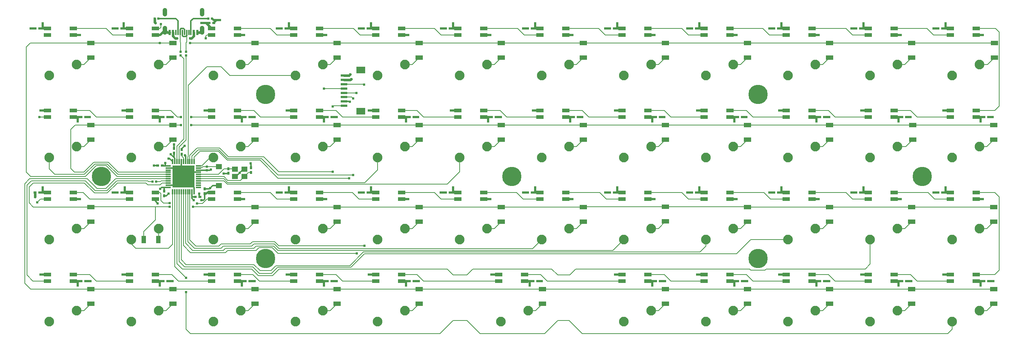
<source format=gbr>
G04 EAGLE Gerber RS-274X export*
G75*
%MOMM*%
%FSLAX34Y34*%
%LPD*%
%INBottom Copper*%
%IPPOS*%
%AMOC8*
5,1,8,0,0,1.08239X$1,22.5*%
G01*
%ADD10C,2.247900*%
%ADD11R,1.700000X1.100000*%
%ADD12R,1.800000X0.820000*%
%ADD13R,0.800000X0.550000*%
%ADD14R,1.100000X1.700000*%
%ADD15R,0.550000X0.800000*%
%ADD16R,0.300000X1.150000*%
%ADD17R,0.600000X1.150000*%
%ADD18C,1.000000*%
%ADD19C,4.500000*%
%ADD20R,0.550000X0.550000*%
%ADD21R,0.300000X1.300000*%
%ADD22R,1.300000X0.300000*%
%ADD23R,5.200000X5.200000*%
%ADD24R,1.400000X1.200000*%
%ADD25R,1.550000X0.600000*%
%ADD26R,2.000000X1.500000*%
%ADD27R,1.360000X1.230000*%
%ADD28C,0.152400*%
%ADD29C,0.550000*%
%ADD30C,0.610000*%
%ADD31C,0.600000*%
%ADD32C,0.300000*%


D10*
X228600Y736600D03*
X165100Y711200D03*
D11*
X261620Y786620D03*
X261620Y752620D03*
D12*
X160500Y820300D03*
X160500Y805300D03*
X220500Y820300D03*
X220500Y805300D03*
D13*
X131710Y820420D03*
X142610Y820420D03*
D10*
X419100Y736600D03*
X355600Y711200D03*
D11*
X452120Y786620D03*
X452120Y752620D03*
D12*
X351000Y820300D03*
X351000Y805300D03*
X411000Y820300D03*
X411000Y805300D03*
D13*
X322210Y820420D03*
X333110Y820420D03*
D10*
X609600Y736600D03*
X546100Y711200D03*
D11*
X642620Y786620D03*
X642620Y752620D03*
D12*
X541500Y820300D03*
X541500Y805300D03*
X601500Y820300D03*
X601500Y805300D03*
D13*
X546470Y833120D03*
X535570Y833120D03*
D10*
X800100Y736600D03*
X736600Y711200D03*
D11*
X833120Y786620D03*
X833120Y752620D03*
D12*
X732000Y820300D03*
X732000Y805300D03*
X792000Y820300D03*
X792000Y805300D03*
D13*
X703210Y820420D03*
X714110Y820420D03*
D10*
X990600Y736600D03*
X927100Y711200D03*
D11*
X1023620Y786620D03*
X1023620Y752620D03*
D12*
X922500Y820300D03*
X922500Y805300D03*
X982500Y820300D03*
X982500Y805300D03*
D13*
X893710Y820420D03*
X904610Y820420D03*
D10*
X1181100Y736600D03*
X1117600Y711200D03*
D11*
X1214120Y786620D03*
X1214120Y752620D03*
D12*
X1113000Y820300D03*
X1113000Y805300D03*
X1173000Y820300D03*
X1173000Y805300D03*
D13*
X1084210Y820420D03*
X1095110Y820420D03*
D10*
X1371600Y736600D03*
X1308100Y711200D03*
D11*
X1404620Y786620D03*
X1404620Y752620D03*
D12*
X1303500Y820300D03*
X1303500Y805300D03*
X1363500Y820300D03*
X1363500Y805300D03*
D13*
X1274710Y820420D03*
X1285610Y820420D03*
D10*
X1562100Y736600D03*
X1498600Y711200D03*
D11*
X1595120Y786620D03*
X1595120Y752620D03*
D12*
X1494000Y820300D03*
X1494000Y805300D03*
X1554000Y820300D03*
X1554000Y805300D03*
D13*
X1465210Y820420D03*
X1476110Y820420D03*
D10*
X1752600Y736600D03*
X1689100Y711200D03*
D11*
X1785620Y786620D03*
X1785620Y752620D03*
D12*
X1684500Y820300D03*
X1684500Y805300D03*
X1744500Y820300D03*
X1744500Y805300D03*
D13*
X1655710Y820420D03*
X1666610Y820420D03*
D10*
X1943100Y736600D03*
X1879600Y711200D03*
D11*
X1976120Y786620D03*
X1976120Y752620D03*
D12*
X1875000Y820300D03*
X1875000Y805300D03*
X1935000Y820300D03*
X1935000Y805300D03*
D13*
X1846210Y820420D03*
X1857110Y820420D03*
D10*
X2133600Y736600D03*
X2070100Y711200D03*
D11*
X2166620Y786620D03*
X2166620Y752620D03*
D12*
X2065500Y820300D03*
X2065500Y805300D03*
X2125500Y820300D03*
X2125500Y805300D03*
D13*
X2036710Y820420D03*
X2047610Y820420D03*
D10*
X2324100Y736600D03*
X2260600Y711200D03*
D11*
X2358390Y786620D03*
X2358390Y752620D03*
D12*
X2256000Y820300D03*
X2256000Y805300D03*
X2316000Y820300D03*
X2316000Y805300D03*
D13*
X2227210Y820420D03*
X2238110Y820420D03*
D10*
X228600Y546100D03*
X165100Y520700D03*
D11*
X261620Y596120D03*
X261620Y562120D03*
D12*
X220500Y614800D03*
X220500Y629800D03*
X160500Y614800D03*
X160500Y629800D03*
D13*
X238390Y614680D03*
X249290Y614680D03*
D10*
X419100Y546100D03*
X355600Y520700D03*
D11*
X452120Y596120D03*
X452120Y562120D03*
D12*
X411000Y614800D03*
X411000Y629800D03*
X351000Y614800D03*
X351000Y629800D03*
D13*
X428890Y614680D03*
X439790Y614680D03*
D10*
X609600Y546100D03*
X546100Y520700D03*
D11*
X642620Y596120D03*
X642620Y562120D03*
D12*
X601500Y614800D03*
X601500Y629800D03*
X541500Y614800D03*
X541500Y629800D03*
D13*
X619390Y614680D03*
X630290Y614680D03*
D10*
X800100Y546100D03*
X736600Y520700D03*
D11*
X833120Y596120D03*
X833120Y562120D03*
D12*
X792000Y614800D03*
X792000Y629800D03*
X732000Y614800D03*
X732000Y629800D03*
D13*
X809890Y614680D03*
X820790Y614680D03*
D10*
X990600Y546100D03*
X927100Y520700D03*
D11*
X1023620Y596120D03*
X1023620Y562120D03*
D12*
X982500Y614800D03*
X982500Y629800D03*
X922500Y614800D03*
X922500Y629800D03*
D13*
X1000390Y614680D03*
X1011290Y614680D03*
D10*
X1181100Y546100D03*
X1117600Y520700D03*
D11*
X1214120Y596120D03*
X1214120Y562120D03*
D12*
X1173000Y614800D03*
X1173000Y629800D03*
X1113000Y614800D03*
X1113000Y629800D03*
D13*
X1190890Y614680D03*
X1201790Y614680D03*
D10*
X1371600Y546100D03*
X1308100Y520700D03*
D11*
X1404620Y596120D03*
X1404620Y562120D03*
D12*
X1363500Y614800D03*
X1363500Y629800D03*
X1303500Y614800D03*
X1303500Y629800D03*
D13*
X1381390Y614680D03*
X1392290Y614680D03*
D10*
X1562100Y546100D03*
X1498600Y520700D03*
D11*
X1595120Y596120D03*
X1595120Y562120D03*
D12*
X1554000Y614800D03*
X1554000Y629800D03*
X1494000Y614800D03*
X1494000Y629800D03*
D13*
X1571890Y614680D03*
X1582790Y614680D03*
D10*
X1752600Y546100D03*
X1689100Y520700D03*
D11*
X1785620Y596120D03*
X1785620Y562120D03*
D12*
X1744500Y614800D03*
X1744500Y629800D03*
X1684500Y614800D03*
X1684500Y629800D03*
D13*
X1762390Y614680D03*
X1773290Y614680D03*
D10*
X1943100Y546100D03*
X1879600Y520700D03*
D11*
X1976120Y596120D03*
X1976120Y562120D03*
D12*
X1935000Y614800D03*
X1935000Y629800D03*
X1875000Y614800D03*
X1875000Y629800D03*
D13*
X1952890Y614680D03*
X1963790Y614680D03*
D10*
X2133600Y546100D03*
X2070100Y520700D03*
D11*
X2169160Y596120D03*
X2169160Y562120D03*
D12*
X2125500Y614800D03*
X2125500Y629800D03*
X2065500Y614800D03*
X2065500Y629800D03*
D13*
X2143390Y614680D03*
X2154290Y614680D03*
D10*
X2324100Y546100D03*
X2260600Y520700D03*
D11*
X2357120Y596120D03*
X2357120Y562120D03*
D12*
X2316000Y614800D03*
X2316000Y629800D03*
X2256000Y614800D03*
X2256000Y629800D03*
D13*
X2333890Y614680D03*
X2344790Y614680D03*
D10*
X228600Y355600D03*
X165100Y330200D03*
D11*
X261620Y405620D03*
X261620Y371620D03*
D12*
X160500Y439300D03*
X160500Y424300D03*
X220500Y439300D03*
X220500Y424300D03*
D13*
X131710Y439420D03*
X142610Y439420D03*
D10*
X419100Y355600D03*
X355600Y330200D03*
D14*
X384320Y330200D03*
X418320Y330200D03*
D12*
X351000Y439300D03*
X351000Y424300D03*
X411000Y439300D03*
X411000Y424300D03*
D13*
X322210Y439420D03*
X333110Y439420D03*
D10*
X609600Y355600D03*
X546100Y330200D03*
D11*
X642620Y405620D03*
X642620Y371620D03*
D12*
X541500Y439300D03*
X541500Y424300D03*
X601500Y439300D03*
X601500Y424300D03*
D15*
X525780Y447410D03*
X525780Y436510D03*
D10*
X800100Y355600D03*
X736600Y330200D03*
D11*
X833120Y405620D03*
X833120Y371620D03*
D12*
X732000Y439300D03*
X732000Y424300D03*
X792000Y439300D03*
X792000Y424300D03*
D13*
X703210Y439420D03*
X714110Y439420D03*
D10*
X990600Y355600D03*
X927100Y330200D03*
D11*
X1023620Y405620D03*
X1023620Y371620D03*
D12*
X922500Y439300D03*
X922500Y424300D03*
X982500Y439300D03*
X982500Y424300D03*
D13*
X893710Y439420D03*
X904610Y439420D03*
D10*
X1181100Y355600D03*
X1117600Y330200D03*
D11*
X1214120Y405620D03*
X1214120Y371620D03*
D12*
X1113000Y439300D03*
X1113000Y424300D03*
X1173000Y439300D03*
X1173000Y424300D03*
D13*
X1084210Y439420D03*
X1095110Y439420D03*
D10*
X1371600Y355600D03*
X1308100Y330200D03*
D11*
X1404620Y405620D03*
X1404620Y371620D03*
D12*
X1303500Y439300D03*
X1303500Y424300D03*
X1363500Y439300D03*
X1363500Y424300D03*
D13*
X1274710Y439420D03*
X1285610Y439420D03*
D10*
X1562100Y355600D03*
X1498600Y330200D03*
D11*
X1595040Y405980D03*
X1595040Y371980D03*
D12*
X1494000Y439300D03*
X1494000Y424300D03*
X1554000Y439300D03*
X1554000Y424300D03*
D13*
X1465210Y439420D03*
X1476110Y439420D03*
D10*
X1752600Y355600D03*
X1689100Y330200D03*
D11*
X1785620Y405620D03*
X1785620Y371620D03*
D12*
X1684500Y439300D03*
X1684500Y424300D03*
X1744500Y439300D03*
X1744500Y424300D03*
D13*
X1655710Y439420D03*
X1666610Y439420D03*
D10*
X1943100Y355600D03*
X1879600Y330200D03*
D11*
X1976120Y405620D03*
X1976120Y371620D03*
D12*
X1875000Y439300D03*
X1875000Y424300D03*
X1935000Y439300D03*
X1935000Y424300D03*
D13*
X1846210Y439420D03*
X1857110Y439420D03*
D10*
X2133600Y355600D03*
X2070100Y330200D03*
D11*
X2166620Y405620D03*
X2166620Y371620D03*
D12*
X2065500Y439300D03*
X2065500Y424300D03*
X2125500Y439300D03*
X2125500Y424300D03*
D13*
X2036710Y439420D03*
X2047610Y439420D03*
D10*
X2324100Y355600D03*
X2260600Y330200D03*
D11*
X2357120Y405620D03*
X2357120Y371620D03*
D12*
X2256000Y439300D03*
X2256000Y424300D03*
X2316000Y439300D03*
X2316000Y424300D03*
D13*
X2227210Y439420D03*
X2238110Y439420D03*
D10*
X228600Y165100D03*
X165100Y139700D03*
D11*
X261620Y215120D03*
X261620Y181120D03*
D12*
X220500Y233800D03*
X220500Y248800D03*
X160500Y233800D03*
X160500Y248800D03*
D13*
X238390Y233600D03*
X249290Y233600D03*
D10*
X419100Y165100D03*
X355600Y139700D03*
D11*
X452120Y215120D03*
X452120Y181120D03*
D12*
X411000Y233800D03*
X411000Y248800D03*
X351000Y233800D03*
X351000Y248800D03*
D13*
X428890Y233600D03*
X439790Y233600D03*
D10*
X609600Y165100D03*
X546100Y139700D03*
D11*
X642540Y215120D03*
X642540Y181120D03*
D12*
X601500Y233800D03*
X601500Y248800D03*
X541500Y233800D03*
X541500Y248800D03*
D13*
X619390Y233600D03*
X630290Y233600D03*
D10*
X800100Y165100D03*
X736600Y139700D03*
D11*
X833040Y215120D03*
X833040Y181120D03*
D12*
X792000Y233800D03*
X792000Y248800D03*
X732000Y233800D03*
X732000Y248800D03*
D13*
X809890Y233600D03*
X820790Y233600D03*
D10*
X990600Y165100D03*
X927100Y139700D03*
D11*
X1023620Y215120D03*
X1023620Y181120D03*
D12*
X982500Y233800D03*
X982500Y248800D03*
X922500Y233800D03*
X922500Y248800D03*
D13*
X1000390Y233600D03*
X1011290Y233600D03*
D10*
X1276350Y165100D03*
X1212850Y139700D03*
D11*
X1309370Y215120D03*
X1309370Y181120D03*
D12*
X1268250Y233800D03*
X1268250Y248800D03*
X1208250Y233800D03*
X1208250Y248800D03*
D13*
X1287410Y233680D03*
X1298310Y233680D03*
D10*
X1562100Y165100D03*
X1498600Y139700D03*
D11*
X1595120Y215120D03*
X1595120Y181120D03*
D12*
X1554000Y233800D03*
X1554000Y248800D03*
X1494000Y233800D03*
X1494000Y248800D03*
D13*
X1571890Y233680D03*
X1582790Y233680D03*
D10*
X1752600Y165100D03*
X1689100Y139700D03*
D11*
X1785620Y215120D03*
X1785620Y181120D03*
D12*
X1744500Y233800D03*
X1744500Y248800D03*
X1684500Y233800D03*
X1684500Y248800D03*
D13*
X1762390Y233680D03*
X1773290Y233680D03*
D10*
X1943100Y165100D03*
X1879600Y139700D03*
D11*
X1976120Y215120D03*
X1976120Y181120D03*
D12*
X1935000Y233800D03*
X1935000Y248800D03*
X1875000Y233800D03*
X1875000Y248800D03*
D13*
X1952890Y233680D03*
X1963790Y233680D03*
D10*
X2133600Y165100D03*
X2070100Y139700D03*
D11*
X2166620Y215120D03*
X2166620Y181120D03*
D12*
X2125500Y233800D03*
X2125500Y248800D03*
X2065500Y233800D03*
X2065500Y248800D03*
D13*
X2143390Y233680D03*
X2154290Y233680D03*
D10*
X2324100Y165100D03*
X2260600Y139700D03*
D11*
X2357120Y215120D03*
X2357120Y181120D03*
D12*
X2316000Y233800D03*
X2316000Y248800D03*
X2256000Y233800D03*
X2256000Y248800D03*
D13*
X2333890Y233680D03*
X2344790Y233680D03*
D16*
X473750Y810560D03*
X468750Y810560D03*
X463750Y810560D03*
X458750Y810560D03*
X478750Y810560D03*
X483750Y810560D03*
X488750Y810560D03*
X493750Y810560D03*
D17*
X452250Y810560D03*
X444250Y810560D03*
X500250Y810560D03*
X508250Y810560D03*
D18*
X433050Y811310D02*
X433050Y821310D01*
X519450Y821310D02*
X519450Y811310D01*
X433050Y852810D02*
X433050Y862810D01*
X519450Y862810D02*
X519450Y852810D01*
D19*
X285750Y476250D03*
X666750Y666750D03*
X666750Y285750D03*
X1238250Y476250D03*
X1809750Y666750D03*
X1809750Y285750D03*
X2190750Y476250D03*
D20*
X542810Y843280D03*
X534150Y843280D03*
X409690Y843280D03*
X418350Y843280D03*
D21*
X456250Y511250D03*
X451250Y511250D03*
X461250Y511250D03*
X466250Y511250D03*
X471250Y511250D03*
X476250Y511250D03*
X481250Y511250D03*
X486250Y511250D03*
X491250Y511250D03*
X496250Y511250D03*
X501250Y511250D03*
D22*
X511250Y501250D03*
X511250Y496250D03*
X511250Y491250D03*
X511250Y486250D03*
X511250Y481250D03*
X511250Y476250D03*
X511250Y471250D03*
X511250Y466250D03*
X511250Y461250D03*
X511250Y456250D03*
X511250Y451250D03*
D21*
X501250Y441250D03*
X496250Y441250D03*
X491250Y441250D03*
X486250Y441250D03*
X481250Y441250D03*
X476250Y441250D03*
X471250Y441250D03*
X466250Y441250D03*
X461250Y441250D03*
X456250Y441250D03*
X451250Y441250D03*
D22*
X441250Y451250D03*
X441250Y456250D03*
X441250Y461250D03*
X441250Y466250D03*
X441250Y471250D03*
X441250Y476250D03*
X441250Y481250D03*
X441250Y486250D03*
X441250Y491250D03*
X441250Y496250D03*
X441250Y501250D03*
D23*
X476250Y476250D03*
D20*
X482600Y766330D03*
X482600Y757670D03*
X469900Y766330D03*
X469900Y757670D03*
X530860Y490810D03*
X530860Y499470D03*
D15*
X472440Y538850D03*
X472440Y527950D03*
D24*
X618060Y476640D03*
X596060Y476640D03*
X596060Y493640D03*
X618060Y493640D03*
D15*
X633420Y496850D03*
X633420Y485950D03*
X580860Y494580D03*
X580860Y483680D03*
D13*
X503820Y429260D03*
X514720Y429260D03*
D15*
X431720Y442610D03*
X431720Y431710D03*
D13*
X427090Y501650D03*
X416190Y501650D03*
D15*
X454660Y530490D03*
X454660Y541390D03*
D20*
X413270Y464820D03*
X404610Y464820D03*
D25*
X849310Y710640D03*
X849310Y700640D03*
X849310Y690640D03*
X849310Y680640D03*
X849310Y670640D03*
X849310Y660640D03*
X849310Y650640D03*
X849310Y640640D03*
D26*
X888060Y627640D03*
X888060Y723640D03*
D27*
X558800Y499370D03*
X558800Y455670D03*
D28*
X261620Y752620D02*
X245600Y736600D01*
X228600Y736600D01*
D29*
X131710Y820420D02*
X121920Y820420D01*
D30*
X121920Y820420D03*
D29*
X220500Y805300D02*
X236220Y805300D01*
X236220Y805180D01*
D30*
X236220Y805180D03*
D29*
X312420Y820420D02*
X322210Y820420D01*
D30*
X312420Y820420D03*
D29*
X411000Y805300D02*
X422040Y805300D01*
X433050Y816310D01*
D31*
X409690Y834910D02*
X409690Y843280D01*
X409690Y834910D02*
X411480Y833120D01*
D30*
X411480Y833120D03*
X693420Y820420D03*
D29*
X552820Y839470D02*
X546470Y833120D01*
X552820Y839470D02*
X561340Y839470D01*
D30*
X561340Y839470D03*
D29*
X546620Y839470D02*
X542810Y843280D01*
X546620Y839470D02*
X552820Y839470D01*
X601500Y805300D02*
X617100Y805300D01*
X617220Y805180D01*
D30*
X617220Y805180D03*
D29*
X693420Y820420D02*
X703210Y820420D01*
X792000Y805300D02*
X807600Y805300D01*
X807720Y805180D01*
D30*
X807720Y805180D03*
D29*
X883920Y820420D02*
X893710Y820420D01*
D30*
X883920Y820420D03*
D29*
X982500Y805300D02*
X998100Y805300D01*
X998220Y805180D01*
D30*
X998220Y805180D03*
D29*
X1074420Y820420D02*
X1084210Y820420D01*
D30*
X1074420Y820420D03*
D29*
X1173000Y805300D02*
X1188600Y805300D01*
X1188720Y805180D01*
D30*
X1188720Y805180D03*
D29*
X1264920Y820420D02*
X1274710Y820420D01*
D30*
X1264920Y820420D03*
D29*
X1363500Y805300D02*
X1379220Y805300D01*
X1379220Y805180D01*
D30*
X1379220Y805180D03*
D29*
X1455420Y820420D02*
X1465210Y820420D01*
D30*
X1455420Y820420D03*
D29*
X1554000Y805300D02*
X1569720Y805300D01*
X1569720Y805180D01*
D30*
X1569720Y805180D03*
D29*
X1645920Y820420D02*
X1655710Y820420D01*
D30*
X1645920Y820420D03*
D29*
X1744500Y805300D02*
X1760220Y805300D01*
X1760220Y805180D01*
D30*
X1760220Y805180D03*
D29*
X1836420Y820420D02*
X1846210Y820420D01*
D30*
X1836420Y820420D03*
D29*
X1935000Y805300D02*
X1950720Y805300D01*
X1950720Y805180D01*
D30*
X1950720Y805180D03*
D29*
X2026920Y820420D02*
X2036710Y820420D01*
D30*
X2026920Y820420D03*
D29*
X2125500Y805300D02*
X2141220Y805300D01*
X2141220Y805180D01*
D30*
X2141220Y805180D03*
D29*
X2217420Y820420D02*
X2227210Y820420D01*
D30*
X2217420Y820420D03*
D29*
X2316000Y805300D02*
X2331720Y805300D01*
X2331720Y805180D01*
D30*
X2331720Y805180D03*
D29*
X2344790Y614680D02*
X2354580Y614680D01*
D30*
X2354580Y614680D03*
D29*
X2256000Y629800D02*
X2240280Y629800D01*
X2240280Y629920D01*
D30*
X2240280Y629920D03*
D29*
X2164080Y614680D02*
X2154290Y614680D01*
D30*
X2164080Y614680D03*
D29*
X2065500Y629800D02*
X2049780Y629800D01*
X2049780Y629920D01*
D30*
X2049780Y629920D03*
D29*
X1974850Y614680D02*
X1963790Y614680D01*
D30*
X1974850Y614680D03*
D29*
X1875000Y629800D02*
X1859280Y629800D01*
X1859280Y629920D01*
D30*
X1859280Y629920D03*
D29*
X1783080Y614680D02*
X1773290Y614680D01*
D30*
X1783080Y614680D03*
D29*
X1684500Y629800D02*
X1668780Y629800D01*
X1668780Y629920D01*
D30*
X1668780Y629920D03*
D29*
X1592580Y614680D02*
X1582790Y614680D01*
D30*
X1592580Y614680D03*
D29*
X1402080Y614680D02*
X1392290Y614680D01*
D30*
X1402080Y614680D03*
D29*
X1303500Y629800D02*
X1287780Y629800D01*
X1287780Y629920D01*
D30*
X1287780Y629920D03*
D29*
X1494000Y629800D02*
X1494000Y629920D01*
X1478280Y629920D01*
D30*
X1478280Y629920D03*
D29*
X1212850Y614680D02*
X1201790Y614680D01*
D30*
X1212850Y614680D03*
D29*
X1113000Y629800D02*
X1097280Y629800D01*
X1097280Y629920D01*
D30*
X1097280Y629920D03*
D29*
X1021080Y614680D02*
X1011290Y614680D01*
D30*
X1021080Y614680D03*
D29*
X922500Y629800D02*
X906780Y629800D01*
X906780Y629920D01*
D30*
X906780Y629920D03*
D29*
X831850Y614680D02*
X820790Y614680D01*
D30*
X831850Y614680D03*
D29*
X732000Y629800D02*
X716280Y629800D01*
X716280Y629920D01*
D30*
X716280Y629920D03*
D29*
X641350Y614680D02*
X630290Y614680D01*
D30*
X641350Y614680D03*
D29*
X541500Y629800D02*
X541500Y629920D01*
X525780Y629920D01*
D30*
X525780Y629920D03*
D29*
X450850Y614680D02*
X439790Y614680D01*
D30*
X450850Y614680D03*
D29*
X351000Y629800D02*
X335280Y629800D01*
X335280Y629920D01*
D30*
X335280Y629920D03*
D29*
X259080Y614680D02*
X249290Y614680D01*
D30*
X259080Y614680D03*
D29*
X160500Y629800D02*
X144780Y629800D01*
X144780Y629920D01*
D30*
X144780Y629920D03*
D29*
X220500Y424300D02*
X236220Y424300D01*
X236220Y424180D01*
D30*
X236220Y424180D03*
D29*
X312420Y439420D02*
X322210Y439420D01*
D30*
X312420Y439420D03*
D29*
X601500Y424300D02*
X617100Y424300D01*
X617220Y424180D01*
D30*
X617220Y424180D03*
D29*
X693420Y439420D02*
X703210Y439420D01*
D30*
X693420Y439420D03*
D29*
X792000Y424300D02*
X807600Y424300D01*
X807720Y424180D01*
D30*
X807720Y424180D03*
D29*
X883920Y439420D02*
X893710Y439420D01*
D30*
X883920Y439420D03*
D29*
X982500Y424300D02*
X998220Y424300D01*
X998220Y424180D01*
D30*
X998220Y424180D03*
D29*
X1073150Y439420D02*
X1084210Y439420D01*
D30*
X1073150Y439420D03*
D29*
X1173000Y424300D02*
X1188720Y424300D01*
X1188720Y424180D01*
D30*
X1188720Y424180D03*
D29*
X1264920Y439420D02*
X1274710Y439420D01*
D30*
X1264920Y439420D03*
D29*
X1363500Y424300D02*
X1379220Y424300D01*
X1379220Y424180D01*
D30*
X1379220Y424180D03*
D29*
X1455420Y439420D02*
X1465210Y439420D01*
D30*
X1455420Y439420D03*
D29*
X1554000Y424300D02*
X1569720Y424300D01*
X1569720Y424180D01*
D30*
X1569720Y424180D03*
D29*
X1645920Y439420D02*
X1655710Y439420D01*
D30*
X1645920Y439420D03*
D29*
X1744500Y424300D02*
X1760220Y424300D01*
X1760220Y424180D01*
D30*
X1760220Y424180D03*
D29*
X1836420Y439420D02*
X1846210Y439420D01*
D30*
X1836420Y439420D03*
D29*
X1935000Y424300D02*
X1950720Y424300D01*
X1950720Y424180D01*
D30*
X1950720Y424180D03*
D29*
X2026920Y439420D02*
X2036710Y439420D01*
D30*
X2026920Y439420D03*
D29*
X2125500Y424300D02*
X2141220Y424300D01*
X2141220Y424180D01*
D30*
X2141220Y424180D03*
D29*
X2217420Y439420D02*
X2227210Y439420D01*
D30*
X2217420Y439420D03*
D29*
X2316000Y424300D02*
X2331720Y424300D01*
X2331720Y424180D01*
D30*
X2331720Y424180D03*
D29*
X2344790Y233680D02*
X2355850Y233680D01*
D30*
X2355850Y233680D03*
D29*
X2256000Y248800D02*
X2240280Y248800D01*
X2240280Y248920D01*
D30*
X2240280Y248920D03*
D29*
X2165350Y233680D02*
X2154290Y233680D01*
D30*
X2165350Y233680D03*
D29*
X2065500Y248800D02*
X2049780Y248800D01*
X2049780Y248920D01*
D30*
X2049780Y248920D03*
D29*
X1974850Y233680D02*
X1963790Y233680D01*
D30*
X1974850Y233680D03*
D29*
X1875000Y248800D02*
X1859280Y248800D01*
X1859280Y248920D01*
D30*
X1859280Y248920D03*
D29*
X1784350Y233680D02*
X1773290Y233680D01*
D30*
X1784350Y233680D03*
D29*
X1684500Y248800D02*
X1668780Y248800D01*
X1668780Y248920D01*
D30*
X1668780Y248920D03*
D29*
X1593850Y233680D02*
X1582790Y233680D01*
D30*
X1593850Y233680D03*
D29*
X1494000Y248800D02*
X1478280Y248800D01*
X1478280Y248920D01*
D30*
X1478280Y248920D03*
D29*
X1308100Y233680D02*
X1298310Y233680D01*
D30*
X1308100Y233680D03*
D29*
X1208250Y248800D02*
X1191260Y248800D01*
X1191260Y248920D01*
D30*
X1191260Y248920D03*
D29*
X1011290Y233680D02*
X1011290Y233600D01*
X1011290Y233680D02*
X1022350Y233680D01*
D30*
X1022350Y233680D03*
D29*
X922500Y248800D02*
X906780Y248800D01*
X906780Y248920D01*
D30*
X906780Y248920D03*
D29*
X831850Y233600D02*
X820790Y233600D01*
X831850Y233600D02*
X831850Y233680D01*
D30*
X831850Y233680D03*
D29*
X732000Y248800D02*
X716280Y248800D01*
X716280Y248920D01*
D30*
X716280Y248920D03*
D29*
X641350Y233600D02*
X630290Y233600D01*
X641350Y233600D02*
X641350Y233680D01*
D30*
X641350Y233680D03*
D29*
X541500Y248800D02*
X525780Y248800D01*
X525780Y248920D01*
D30*
X525780Y248920D03*
D29*
X439790Y233680D02*
X439790Y233600D01*
X439790Y233680D02*
X450850Y233680D01*
D30*
X450850Y233680D03*
D29*
X351000Y248800D02*
X335280Y248800D01*
X335280Y248920D01*
D30*
X335280Y248920D03*
D29*
X260350Y233600D02*
X249290Y233600D01*
X260350Y233600D02*
X260350Y233680D01*
D30*
X260350Y233680D03*
D29*
X160500Y248800D02*
X144780Y248800D01*
X144780Y248920D01*
D30*
X144780Y248920D03*
X476250Y476250D03*
X458470Y476250D03*
X458470Y458470D03*
X458470Y494030D03*
X476250Y458470D03*
X494030Y458470D03*
X476250Y494030D03*
X494030Y494030D03*
X494030Y476250D03*
D32*
X501250Y447040D02*
X501250Y441250D01*
X525780Y447410D02*
X536310Y447410D01*
X538480Y449580D01*
D30*
X538480Y449580D03*
D32*
X514720Y429260D02*
X513080Y430900D01*
X513080Y436880D01*
D30*
X513080Y436880D03*
D32*
X436790Y431710D02*
X431720Y431710D01*
X436790Y431710D02*
X441960Y436880D01*
D30*
X441960Y436880D03*
D32*
X416190Y501650D02*
X407670Y501650D01*
D30*
X407670Y501650D03*
D32*
X454660Y541390D02*
X454660Y551180D01*
D30*
X454660Y551180D03*
D32*
X472440Y541020D02*
X472440Y538850D01*
X472440Y541020D02*
X478790Y547370D01*
D30*
X478790Y547370D03*
D32*
X411000Y424300D02*
X411000Y419580D01*
X416560Y414020D01*
D30*
X416560Y414020D03*
D31*
X508250Y810560D02*
X513700Y810560D01*
X519450Y816310D01*
X444250Y810560D02*
X438800Y810560D01*
X433050Y816310D01*
X131710Y439420D02*
X132080Y439050D01*
X132080Y429260D01*
D30*
X132080Y429260D03*
D32*
X544570Y455670D02*
X558800Y455670D01*
X544570Y455670D02*
X538480Y449580D01*
X580542Y483362D02*
X580860Y483680D01*
X580542Y483362D02*
X569706Y483362D01*
D30*
X569706Y483362D03*
X607060Y485140D03*
D32*
X598560Y476640D02*
X596060Y476640D01*
X598560Y476640D02*
X607060Y485140D01*
X615560Y493640D01*
X618060Y493640D01*
X633420Y496850D02*
X633420Y505770D01*
X632460Y506730D01*
D30*
X632460Y506730D03*
D31*
X849310Y700640D02*
X863723Y700640D01*
X865766Y702684D01*
D30*
X865766Y702684D03*
D32*
X456250Y456250D02*
X441250Y456250D01*
X456250Y456250D02*
X458470Y458470D01*
X456250Y496250D02*
X441250Y496250D01*
X456250Y496250D02*
X458470Y494030D01*
X471250Y499030D02*
X471250Y511250D01*
X471250Y499030D02*
X476250Y494030D01*
X486250Y486250D02*
X511250Y486250D01*
X486250Y486250D02*
X476250Y476250D01*
X458470Y458470D01*
X476250Y458470D02*
X476250Y476250D01*
X494030Y458470D01*
X494030Y476250D02*
X476250Y476250D01*
X494030Y494030D01*
X476250Y494030D02*
X476250Y476250D01*
X458470Y494030D01*
X458470Y476250D02*
X476250Y476250D01*
X501250Y451250D01*
X501250Y447040D01*
D29*
X149860Y820420D02*
X142610Y820420D01*
X149860Y820420D02*
X160380Y820420D01*
X160500Y820300D01*
X149860Y820420D02*
X149860Y831850D01*
D30*
X149860Y831850D03*
D29*
X351000Y820420D02*
X351000Y820300D01*
D30*
X337820Y831850D03*
X461010Y797560D03*
X491490Y797560D03*
X518160Y833120D03*
D31*
X731880Y820420D02*
X732000Y820300D01*
D30*
X721360Y831850D03*
D29*
X535570Y833120D02*
X528680Y833120D01*
X541500Y820300D01*
X528680Y833120D02*
X518160Y833120D01*
X714110Y820420D02*
X721360Y820420D01*
X731880Y820420D01*
X721360Y820420D02*
X721360Y831850D01*
X904610Y820420D02*
X914400Y820420D01*
X922380Y820420D01*
X922500Y820300D01*
X914400Y820420D02*
X911860Y822960D01*
X911860Y831850D01*
D30*
X911860Y831850D03*
D29*
X1095110Y820420D02*
X1102360Y820420D01*
X1112880Y820420D01*
X1113000Y820300D01*
X1102360Y820420D02*
X1102360Y831850D01*
D30*
X1102360Y831850D03*
D29*
X1292860Y820420D02*
X1303380Y820420D01*
X1292860Y820420D02*
X1285610Y820420D01*
X1303380Y820420D02*
X1303500Y820300D01*
X1292860Y820420D02*
X1292860Y831850D01*
D30*
X1292860Y831850D03*
D29*
X1476110Y820420D02*
X1483360Y820420D01*
X1494000Y820420D01*
X1494000Y820300D01*
X1483360Y820420D02*
X1483360Y831850D01*
D30*
X1483360Y831850D03*
D29*
X1666610Y820420D02*
X1673860Y820420D01*
X1684500Y820420D01*
X1684500Y820300D01*
X1673860Y820420D02*
X1673860Y831850D01*
D30*
X1673860Y831850D03*
D29*
X1857110Y820420D02*
X1857110Y820300D01*
X1864360Y820300D01*
X1875000Y820300D01*
X1864360Y820300D02*
X1864360Y831850D01*
D30*
X1864360Y831850D03*
D29*
X2047610Y820420D02*
X2054860Y820420D01*
X2065500Y820420D01*
X2065500Y820300D01*
X2054860Y820420D02*
X2054860Y831850D01*
D30*
X2054860Y831850D03*
D29*
X2238110Y820420D02*
X2245360Y820420D01*
X2256000Y820420D01*
X2256000Y820300D01*
X2245360Y820420D02*
X2245360Y831850D01*
D30*
X2245360Y831850D03*
X2326640Y604520D03*
D29*
X2143390Y614680D02*
X2136140Y614680D01*
X2125500Y614680D01*
X2125500Y614800D01*
X2136140Y614680D02*
X2136140Y604520D01*
D30*
X2136140Y604520D03*
D29*
X1952890Y614680D02*
X1945640Y614680D01*
X1935000Y614680D01*
X1935000Y614800D01*
X1945640Y614680D02*
X1945640Y604520D01*
D30*
X1945640Y604520D03*
D29*
X1762390Y614680D02*
X1755140Y614680D01*
X1744500Y614680D01*
X1744500Y614800D01*
X1755140Y614680D02*
X1755140Y604520D01*
D30*
X1755140Y604520D03*
D29*
X1564640Y604520D02*
X1564640Y614680D01*
D30*
X1564640Y604520D03*
D29*
X1564640Y614680D02*
X1571890Y614680D01*
X1564640Y614800D02*
X1564640Y614680D01*
X1554000Y614680D01*
X1554000Y614800D01*
X1381390Y614680D02*
X1374140Y614680D01*
X1363500Y614680D01*
X1363500Y614800D01*
X1374140Y614680D02*
X1374140Y604520D01*
D30*
X1374140Y604520D03*
D29*
X1190890Y614680D02*
X1183640Y614680D01*
X1173000Y614680D01*
X1173000Y614800D01*
X1183640Y614680D02*
X1183640Y604520D01*
D30*
X1183640Y604520D03*
D29*
X1000390Y614680D02*
X993140Y614680D01*
X982500Y614680D01*
X982500Y614800D01*
X993140Y614680D02*
X993140Y604520D01*
D30*
X993140Y604520D03*
D29*
X809890Y614680D02*
X802640Y614680D01*
X792000Y614680D01*
X792000Y614800D01*
X802640Y614680D02*
X802640Y604520D01*
D30*
X802640Y604520D03*
D29*
X619390Y614680D02*
X612140Y614680D01*
X601500Y614680D01*
X601500Y614800D01*
X612140Y614680D02*
X612140Y604520D01*
D30*
X612140Y604520D03*
D29*
X428890Y614680D02*
X411000Y614680D01*
X411000Y614800D01*
X421640Y614800D01*
X421640Y604520D01*
D30*
X421640Y604520D03*
D29*
X238390Y614680D02*
X231140Y614680D01*
X220500Y614680D01*
X220500Y614800D01*
X231140Y614680D02*
X231140Y604520D01*
D30*
X231140Y604520D03*
D29*
X149860Y439420D02*
X142610Y439420D01*
X149860Y439420D02*
X160500Y439420D01*
X160500Y439300D01*
X333110Y439420D02*
X333110Y439300D01*
X340360Y439300D01*
X351000Y439300D01*
X340360Y439300D02*
X340360Y450850D01*
D30*
X340360Y450850D03*
D29*
X532130Y439420D02*
X532250Y439300D01*
X532130Y439420D02*
X529220Y436510D01*
X525780Y436510D01*
X714110Y439420D02*
X721360Y439420D01*
X731880Y439420D01*
X732000Y439300D01*
X721360Y439420D02*
X721360Y450850D01*
D30*
X721360Y450850D03*
D29*
X149860Y450850D02*
X149860Y439420D01*
D30*
X149860Y450850D03*
D29*
X904610Y439420D02*
X911860Y439420D01*
X922500Y439420D01*
X922500Y439300D01*
X911860Y439420D02*
X911860Y450850D01*
D30*
X911860Y450850D03*
D29*
X1095110Y439420D02*
X1102360Y439420D01*
X1113000Y439420D01*
X1113000Y439300D01*
X1102360Y439420D02*
X1102360Y450850D01*
D30*
X1102360Y450850D03*
D29*
X1285610Y439420D02*
X1292860Y439420D01*
X1303500Y439420D01*
X1303500Y439300D01*
X1292860Y439420D02*
X1292860Y450850D01*
D30*
X1292860Y450850D03*
D29*
X1476110Y439420D02*
X1476110Y439300D01*
X1483360Y439300D01*
X1494000Y439300D01*
X1483360Y439300D02*
X1483360Y450850D01*
D30*
X1483360Y450850D03*
D29*
X1666610Y439420D02*
X1673860Y439420D01*
X1684500Y439420D01*
X1684500Y439300D01*
X1673860Y439420D02*
X1673860Y450850D01*
D30*
X1673860Y450850D03*
D29*
X1857110Y439420D02*
X1857110Y439300D01*
X1864360Y439300D01*
X1875000Y439300D01*
X1864360Y439300D02*
X1864360Y450850D01*
D30*
X1864360Y450850D03*
D29*
X2047610Y439420D02*
X2047610Y439300D01*
X2054860Y439300D01*
X2065500Y439300D01*
X2054860Y439300D02*
X2054860Y450850D01*
D30*
X2054860Y450850D03*
D29*
X2238110Y439420D02*
X2245360Y439420D01*
X2256000Y439420D01*
X2256000Y439300D01*
X2245360Y439420D02*
X2245360Y450850D01*
D30*
X2245360Y450850D03*
D29*
X2326640Y233680D02*
X2333890Y233680D01*
X2326640Y233680D02*
X2316000Y233680D01*
X2316000Y233800D01*
X2326640Y233680D02*
X2326640Y223520D01*
D30*
X2326640Y223520D03*
X2136140Y223520D03*
D29*
X1952890Y233680D02*
X1945640Y233680D01*
X1935000Y233680D01*
X1935000Y233800D01*
X1945640Y233680D02*
X1945640Y223520D01*
D30*
X1945640Y223520D03*
D29*
X1762390Y233680D02*
X1755140Y233680D01*
X1744500Y233680D01*
X1744500Y233800D01*
X1755140Y233680D02*
X1755140Y223520D01*
D30*
X1755140Y223520D03*
D29*
X1571890Y233680D02*
X1564640Y233680D01*
X1554000Y233680D01*
X1554000Y233800D01*
X1564640Y233680D02*
X1564640Y223520D01*
D30*
X1564640Y223520D03*
D29*
X1287410Y233680D02*
X1280160Y233680D01*
X1268250Y233680D01*
X1268250Y233800D01*
X1280160Y233680D02*
X1280160Y223520D01*
D30*
X1280160Y223520D03*
D29*
X1000390Y233600D02*
X993140Y233600D01*
X982500Y233600D01*
X982500Y233800D01*
X993140Y233600D02*
X993140Y223520D01*
D30*
X993140Y223520D03*
D29*
X809890Y233600D02*
X809890Y233800D01*
X802640Y233800D01*
X792000Y233800D01*
X802640Y233800D02*
X802640Y223520D01*
D30*
X802640Y223520D03*
X612140Y223520D03*
D29*
X428890Y233600D02*
X421640Y233600D01*
X411000Y233600D01*
X411000Y233800D01*
X421640Y233600D02*
X421640Y223520D01*
D30*
X421640Y223520D03*
D29*
X238390Y233600D02*
X231140Y233600D01*
X220500Y233600D01*
X220500Y233800D01*
X231140Y233600D02*
X231140Y223520D01*
D30*
X231140Y223520D03*
D32*
X433470Y451250D02*
X441250Y451250D01*
X431720Y449500D02*
X431720Y442610D01*
X431720Y449500D02*
X433470Y451250D01*
X425850Y451250D01*
X422055Y447455D01*
D30*
X422055Y447455D03*
D32*
X496250Y441250D02*
X496250Y430850D01*
X497840Y429260D01*
X503820Y429260D01*
X496250Y430850D02*
X496250Y425770D01*
X500380Y421640D01*
D30*
X500380Y421640D03*
D32*
X441250Y501250D02*
X434340Y501250D01*
X427490Y501250D01*
X427090Y501650D01*
X456250Y511250D02*
X456250Y519200D01*
X454660Y520790D02*
X454660Y530490D01*
X454660Y520790D02*
X456250Y519200D01*
X481250Y524590D02*
X481250Y511250D01*
X481250Y524590D02*
X480060Y525780D01*
D30*
X480060Y525780D03*
X434340Y508000D03*
D32*
X434340Y501250D01*
D30*
X447040Y528320D03*
D32*
X447130Y528320D01*
X454660Y520790D01*
D30*
X518181Y421619D03*
D32*
X511250Y491250D02*
X530420Y491250D01*
X530860Y490810D01*
D30*
X539750Y492358D03*
D32*
X538202Y490810D02*
X530860Y490810D01*
X538202Y490810D02*
X539750Y492358D01*
D31*
X849310Y710640D02*
X860500Y710640D01*
X863600Y713740D01*
D30*
X863600Y713740D03*
D29*
X337820Y820420D02*
X333110Y820420D01*
X337820Y820420D02*
X350880Y820420D01*
X351000Y820300D01*
X337820Y820420D02*
X337820Y831850D01*
X2326640Y614680D02*
X2333890Y614680D01*
X2326640Y614680D02*
X2316120Y614680D01*
X2316000Y614800D01*
X2326640Y614680D02*
X2326640Y604520D01*
X2143390Y233680D02*
X2136140Y233680D01*
X2125620Y233680D01*
X2125500Y233800D01*
X2136140Y233680D02*
X2136140Y223520D01*
X619390Y233600D02*
X612140Y233600D01*
X601700Y233600D01*
X601500Y233800D01*
X612140Y233600D02*
X612140Y223520D01*
X541500Y439300D02*
X532250Y439300D01*
D32*
X525780Y436510D02*
X525780Y424180D01*
X523219Y421619D02*
X518181Y421619D01*
X523219Y421619D02*
X525780Y424180D01*
D31*
X452136Y802624D02*
X452250Y802739D01*
X452250Y810560D01*
X452136Y802624D02*
X457200Y797560D01*
X461010Y797560D01*
X500250Y802739D02*
X500250Y810560D01*
X495071Y797560D02*
X491490Y797560D01*
X495071Y797560D02*
X500250Y802739D01*
D28*
X351000Y805300D02*
X312540Y805300D01*
X312420Y805180D01*
X297300Y820300D01*
X220500Y820300D01*
X436100Y736600D02*
X452120Y752620D01*
X436100Y736600D02*
X419100Y736600D01*
D30*
X528320Y797560D03*
X424180Y830580D03*
D28*
X530980Y805300D02*
X541500Y805300D01*
X528320Y802640D02*
X528320Y797560D01*
X528320Y802640D02*
X530980Y805300D01*
X411120Y820420D02*
X411000Y820300D01*
X411120Y820420D02*
X421640Y820420D01*
X424180Y822960D01*
X424180Y830580D01*
X626600Y736600D02*
X642620Y752620D01*
X626600Y736600D02*
X609600Y736600D01*
X693300Y805300D02*
X732000Y805300D01*
X678300Y820300D02*
X601500Y820300D01*
X678300Y820300D02*
X693300Y805300D01*
X817100Y736600D02*
X833120Y752620D01*
X817100Y736600D02*
X800100Y736600D01*
X792000Y820300D02*
X871340Y820300D01*
X886340Y805300D01*
X922500Y805300D01*
X1007600Y736600D02*
X1023620Y752620D01*
X1007600Y736600D02*
X990600Y736600D01*
X982500Y820300D02*
X1059300Y820300D01*
X1074300Y805300D01*
X1113000Y805300D01*
X1198100Y736600D02*
X1214120Y752620D01*
X1198100Y736600D02*
X1181100Y736600D01*
X1173000Y820300D02*
X1252340Y820300D01*
X1267340Y805300D01*
X1303500Y805300D01*
X1388600Y736600D02*
X1404620Y752620D01*
X1388600Y736600D02*
X1371600Y736600D01*
X1363500Y820300D02*
X1440300Y820300D01*
X1455300Y805300D01*
X1494000Y805300D01*
X1579100Y736600D02*
X1595120Y752620D01*
X1579100Y736600D02*
X1562100Y736600D01*
X1648340Y805300D02*
X1684500Y805300D01*
X1633340Y820300D02*
X1554000Y820300D01*
X1633340Y820300D02*
X1648340Y805300D01*
X1769600Y736600D02*
X1785620Y752620D01*
X1769600Y736600D02*
X1752600Y736600D01*
X1744500Y820300D02*
X1821300Y820300D01*
X1836300Y805300D01*
X1875000Y805300D01*
X1960100Y736600D02*
X1976120Y752620D01*
X1960100Y736600D02*
X1943100Y736600D01*
X1935000Y820300D02*
X2014340Y820300D01*
X2029340Y805300D01*
X2065500Y805300D01*
X2150600Y736600D02*
X2166620Y752620D01*
X2150600Y736600D02*
X2133600Y736600D01*
X2217300Y805300D02*
X2256000Y805300D01*
X2202300Y820300D02*
X2125500Y820300D01*
X2202300Y820300D02*
X2217300Y805300D01*
X2342370Y736600D02*
X2358390Y752620D01*
X2342370Y736600D02*
X2324100Y736600D01*
X245600Y546100D02*
X228600Y546100D01*
X245600Y546100D02*
X261620Y562120D01*
X419100Y546100D02*
X436100Y546100D01*
X452120Y562120D01*
X447160Y629800D02*
X411000Y629800D01*
X447160Y629800D02*
X462280Y614680D01*
X470408Y614680D01*
D30*
X470408Y614680D03*
X494284Y614680D03*
D28*
X494404Y614800D01*
X541500Y614800D01*
X609600Y546100D02*
X626600Y546100D01*
X642620Y562120D01*
X640200Y629800D02*
X601500Y629800D01*
X655200Y614800D02*
X732000Y614800D01*
X655200Y614800D02*
X640200Y629800D01*
X800100Y546100D02*
X817100Y546100D01*
X833120Y562120D01*
X830700Y629800D02*
X792000Y629800D01*
X845700Y614800D02*
X922500Y614800D01*
X845700Y614800D02*
X830700Y629800D01*
X990600Y546100D02*
X1007600Y546100D01*
X1023620Y562120D01*
X1018660Y629800D02*
X982500Y629800D01*
X1033660Y614800D02*
X1113000Y614800D01*
X1033660Y614800D02*
X1018660Y629800D01*
X1181100Y546100D02*
X1198100Y546100D01*
X1214120Y562120D01*
X1371600Y546100D02*
X1388600Y546100D01*
X1404620Y562120D01*
X1211700Y629800D02*
X1173000Y629800D01*
X1226700Y614800D02*
X1303500Y614800D01*
X1226700Y614800D02*
X1211700Y629800D01*
X1562100Y546100D02*
X1579100Y546100D01*
X1595120Y562120D01*
X1402200Y629800D02*
X1363500Y629800D01*
X1417200Y614800D02*
X1494000Y614800D01*
X1417200Y614800D02*
X1402200Y629800D01*
X1752600Y546100D02*
X1769600Y546100D01*
X1785620Y562120D01*
X1592700Y629800D02*
X1554000Y629800D01*
X1607700Y614800D02*
X1684500Y614800D01*
X1607700Y614800D02*
X1592700Y629800D01*
X1943100Y546100D02*
X1960100Y546100D01*
X1976120Y562120D01*
X1783200Y629800D02*
X1744500Y629800D01*
X1798200Y614800D02*
X1875000Y614800D01*
X1798200Y614800D02*
X1783200Y629800D01*
X2133600Y546100D02*
X2153140Y546100D01*
X2169160Y562120D01*
X1973700Y629800D02*
X1935000Y629800D01*
X1988700Y614800D02*
X2065500Y614800D01*
X1988700Y614800D02*
X1973700Y629800D01*
X2324100Y546100D02*
X2341100Y546100D01*
X2357120Y562120D01*
X2164200Y629800D02*
X2125500Y629800D01*
X2179200Y614800D02*
X2256000Y614800D01*
X2179200Y614800D02*
X2164200Y629800D01*
X245600Y355600D02*
X228600Y355600D01*
X245600Y355600D02*
X261620Y371620D01*
X258960Y424300D02*
X351000Y424300D01*
X243960Y439300D02*
X220500Y439300D01*
X243960Y439300D02*
X258960Y424300D01*
X419100Y355600D02*
X419100Y330980D01*
X418320Y330200D01*
X421760Y439300D02*
X411000Y439300D01*
X421760Y439300D02*
X424180Y436880D01*
X429510Y415040D02*
X444138Y415040D01*
D30*
X444138Y415040D03*
D28*
X424180Y420370D02*
X424180Y436880D01*
X424180Y420370D02*
X429510Y415040D01*
D30*
X508000Y413512D03*
D28*
X520192Y413512D01*
X530980Y424300D02*
X541500Y424300D01*
X530980Y424300D02*
X520192Y413512D01*
X609600Y355600D02*
X626600Y355600D01*
X642620Y371620D01*
X800100Y355600D02*
X817100Y355600D01*
X833120Y371620D01*
X883800Y424300D02*
X922500Y424300D01*
X868800Y439300D02*
X792000Y439300D01*
X868800Y439300D02*
X883800Y424300D01*
X990600Y355600D02*
X1007600Y355600D01*
X1023620Y371620D01*
X1074300Y424300D02*
X1113000Y424300D01*
X1059300Y439300D02*
X982500Y439300D01*
X1059300Y439300D02*
X1074300Y424300D01*
X1181100Y355600D02*
X1198100Y355600D01*
X1214120Y371620D01*
X1264800Y424300D02*
X1303500Y424300D01*
X1249800Y439300D02*
X1173000Y439300D01*
X1249800Y439300D02*
X1264800Y424300D01*
X1371600Y355600D02*
X1388600Y355600D01*
X1404620Y371620D01*
X1457840Y424300D02*
X1494000Y424300D01*
X1442840Y439300D02*
X1363500Y439300D01*
X1442840Y439300D02*
X1457840Y424300D01*
X1562100Y355600D02*
X1578660Y355600D01*
X1595040Y371980D01*
X1648340Y424300D02*
X1684500Y424300D01*
X1633340Y439300D02*
X1554000Y439300D01*
X1633340Y439300D02*
X1648340Y424300D01*
X1752600Y355600D02*
X1769600Y355600D01*
X1785620Y371620D01*
X1838840Y424300D02*
X1875000Y424300D01*
X1823840Y439300D02*
X1744500Y439300D01*
X1823840Y439300D02*
X1838840Y424300D01*
X1943100Y355600D02*
X1960100Y355600D01*
X1976120Y371620D01*
X2029340Y424300D02*
X2065500Y424300D01*
X2014340Y439300D02*
X1935000Y439300D01*
X2014340Y439300D02*
X2029340Y424300D01*
X2133600Y355600D02*
X2150600Y355600D01*
X2166620Y371620D01*
X2219840Y424300D02*
X2256000Y424300D01*
X2204840Y439300D02*
X2125500Y439300D01*
X2204840Y439300D02*
X2219840Y424300D01*
X2324100Y355600D02*
X2341100Y355600D01*
X2357120Y371620D01*
X2359540Y248800D02*
X2316000Y248800D01*
X2359540Y248800D02*
X2369820Y259080D01*
X2369820Y429260D01*
X2359660Y439420D01*
X2316120Y439420D01*
X2316000Y439300D01*
X245600Y165100D02*
X228600Y165100D01*
X245600Y165100D02*
X261620Y181120D01*
X271780Y443230D02*
X248920Y466090D01*
X298450Y443230D02*
X321310Y466090D01*
X298450Y443230D02*
X271780Y443230D01*
X394970Y464820D02*
X404610Y464820D01*
X394970Y464820D02*
X393700Y466090D01*
X321310Y466090D01*
X123190Y466090D02*
X113030Y455930D01*
X123190Y466090D02*
X248920Y466090D01*
X113030Y247650D02*
X126880Y233800D01*
X113030Y247650D02*
X113030Y455930D01*
X126880Y233800D02*
X160500Y233800D01*
X419100Y165100D02*
X436100Y165100D01*
X452120Y181120D01*
X259200Y248800D02*
X220500Y248800D01*
X274200Y233800D02*
X351000Y233800D01*
X274200Y233800D02*
X259200Y248800D01*
X609600Y165100D02*
X626520Y165100D01*
X642540Y181120D01*
X449700Y248800D02*
X411000Y248800D01*
X464700Y233800D02*
X541500Y233800D01*
X464700Y233800D02*
X449700Y248800D01*
X800100Y165100D02*
X817020Y165100D01*
X833040Y181120D01*
X637660Y248800D02*
X601500Y248800D01*
X652660Y233800D02*
X732000Y233800D01*
X652660Y233800D02*
X637660Y248800D01*
X990600Y165100D02*
X1007600Y165100D01*
X1023620Y181120D01*
X830700Y248800D02*
X792000Y248800D01*
X845700Y233800D02*
X922500Y233800D01*
X845700Y233800D02*
X830700Y248800D01*
X1276350Y165100D02*
X1293350Y165100D01*
X1309370Y181120D01*
X1018660Y248800D02*
X982500Y248800D01*
X1033660Y233800D02*
X1208250Y233800D01*
X1033660Y233800D02*
X1018660Y248800D01*
X1562100Y165100D02*
X1579100Y165100D01*
X1595120Y181120D01*
X1305680Y248800D02*
X1268250Y248800D01*
X1320680Y233800D02*
X1494000Y233800D01*
X1320680Y233800D02*
X1305680Y248800D01*
X1752600Y165100D02*
X1769600Y165100D01*
X1785620Y181120D01*
X1592700Y248800D02*
X1554000Y248800D01*
X1607700Y233800D02*
X1684500Y233800D01*
X1607700Y233800D02*
X1592700Y248800D01*
X1943100Y165100D02*
X1960100Y165100D01*
X1976120Y181120D01*
X1783200Y248800D02*
X1744500Y248800D01*
X1798200Y233800D02*
X1875000Y233800D01*
X1798200Y233800D02*
X1783200Y248800D01*
X2133600Y165100D02*
X2150600Y165100D01*
X2166620Y181120D01*
X1973700Y248800D02*
X1935000Y248800D01*
X1988700Y233800D02*
X2065500Y233800D01*
X1988700Y233800D02*
X1973700Y248800D01*
X2324100Y165100D02*
X2341100Y165100D01*
X2357120Y181120D01*
X2164200Y248800D02*
X2125500Y248800D01*
X2179200Y233800D02*
X2256000Y233800D01*
X2179200Y233800D02*
X2164200Y248800D01*
X259200Y629800D02*
X220500Y629800D01*
X274200Y614800D02*
X351000Y614800D01*
X274200Y614800D02*
X259200Y629800D01*
X2316000Y629800D02*
X2359540Y629800D01*
X2369820Y640080D01*
X2369820Y811530D01*
X2360930Y820420D01*
X2316120Y820420D01*
X2316000Y820300D01*
X160500Y424300D02*
X144900Y424300D01*
X137160Y416560D01*
D30*
X137160Y416560D03*
X142240Y614680D03*
D28*
X142360Y614800D01*
X160500Y614800D01*
D32*
X473750Y803360D02*
X475800Y801310D01*
X473750Y803360D02*
X473750Y810560D01*
X481700Y801310D02*
X483750Y803360D01*
X483750Y807720D02*
X483750Y810560D01*
X483750Y807720D02*
X483750Y803360D01*
X481700Y801310D02*
X475800Y801310D01*
D28*
X482600Y787400D02*
X482600Y766330D01*
X482600Y787400D02*
X483870Y788670D01*
X483870Y807600D01*
X483750Y807720D01*
D32*
X468750Y810560D02*
X468750Y817760D01*
X470800Y819810D01*
X476700Y819810D02*
X478750Y817760D01*
X478750Y810560D01*
X476700Y819810D02*
X470800Y819810D01*
D28*
X468750Y810560D02*
X468750Y788550D01*
X469900Y787400D01*
X469900Y766330D01*
D32*
X493750Y810560D02*
X493750Y837920D01*
X499110Y843280D01*
X534150Y843280D01*
X463750Y838000D02*
X463750Y810560D01*
X463750Y838000D02*
X458470Y843280D01*
X418350Y843280D01*
D28*
X466250Y544990D02*
X466250Y511250D01*
X482600Y561340D02*
X482600Y757670D01*
X482600Y561340D02*
X466250Y544990D01*
X461250Y547061D02*
X461250Y511250D01*
X477520Y750050D02*
X469900Y757670D01*
X477520Y750050D02*
X477520Y563331D01*
X461250Y547061D01*
X511988Y496988D02*
X511250Y496250D01*
X511988Y496988D02*
X518894Y496988D01*
X521376Y499470D02*
X530860Y499470D01*
X521376Y499470D02*
X518894Y496988D01*
X530860Y499470D02*
X558700Y499470D01*
X558800Y499370D01*
X476250Y511250D02*
X476250Y519532D01*
X472948Y522834D01*
X472948Y527442D01*
X472440Y527950D01*
X511250Y476250D02*
X570230Y476250D01*
X579120Y467360D01*
X608780Y467360D01*
X618060Y476640D01*
X627370Y485950D01*
X633420Y485950D01*
X491250Y511250D02*
X491250Y525540D01*
X508000Y542290D02*
X560070Y542290D01*
X508000Y542290D02*
X491250Y525540D01*
X560070Y542290D02*
X580390Y521970D01*
X824790Y640640D02*
X849310Y640640D01*
X824790Y640640D02*
X822960Y638810D01*
D30*
X822960Y638810D03*
D28*
X822960Y487172D02*
X697738Y487172D01*
D30*
X822960Y487172D03*
D28*
X662940Y521970D02*
X580390Y521970D01*
X662940Y521970D02*
X697738Y487172D01*
X496250Y511250D02*
X496250Y524190D01*
X510540Y538480D02*
X558800Y538480D01*
X510540Y538480D02*
X496250Y524190D01*
X558800Y538480D02*
X579120Y518160D01*
X849310Y660640D02*
X867170Y660640D01*
X869950Y657860D01*
D30*
X869950Y657860D03*
D28*
X695960Y480060D02*
X657860Y518160D01*
X695960Y480060D02*
X869950Y480060D01*
D30*
X869950Y480060D03*
D28*
X657860Y518160D02*
X579120Y518160D01*
X491250Y441250D02*
X491250Y329170D01*
X505460Y314960D01*
X558800Y314960D01*
X563880Y320040D01*
X631190Y320040D02*
X636270Y325120D01*
X688340Y325120D01*
X631190Y320040D02*
X563880Y320040D01*
X697738Y315722D02*
X896620Y315722D01*
D30*
X896620Y315722D03*
D28*
X697738Y315722D02*
X688340Y325120D01*
X849310Y690640D02*
X894320Y690640D01*
X895350Y689610D01*
D30*
X895350Y689610D03*
D32*
X451250Y511250D02*
X444340Y518160D01*
X441960Y518160D01*
D30*
X441960Y518160D03*
X802640Y680720D03*
D28*
X849230Y680720D01*
X849310Y680640D01*
X580860Y494580D02*
X570866Y494580D01*
X557536Y481250D01*
X580860Y494580D02*
X595120Y494580D01*
X596060Y493640D01*
X557536Y481250D02*
X511250Y481250D01*
X693540Y424300D02*
X732000Y424300D01*
X693540Y424300D02*
X693420Y424180D01*
X678300Y439300D01*
X601500Y439300D01*
X2169160Y596120D02*
X2357120Y596120D01*
X2169160Y596120D02*
X1976120Y596120D01*
X1785620Y596120D01*
X1595120Y596120D01*
X1404620Y596120D01*
X1214120Y596120D02*
X1023620Y596120D01*
X1214120Y596120D02*
X1404620Y596120D01*
X1023620Y596120D02*
X833120Y596120D01*
X642620Y596120D01*
X452120Y596120D02*
X261620Y596120D01*
X267970Y509270D02*
X244950Y486250D01*
X223520Y486250D01*
X267970Y509270D02*
X302260Y509270D01*
X325280Y486250D01*
X441250Y486250D01*
X261620Y596120D02*
X225280Y596120D01*
X214599Y585439D02*
X214599Y495172D01*
X223520Y486250D01*
X214599Y585439D02*
X225280Y596120D01*
X452120Y596120D02*
X470408Y596120D01*
D30*
X470408Y596120D03*
X494284Y596120D03*
D28*
X642620Y596120D01*
X642620Y405620D02*
X645160Y405620D01*
X833120Y405620D01*
X1023620Y405620D01*
X1214120Y405620D01*
X1404620Y405620D01*
X1404980Y405980D01*
X1595040Y405980D01*
X1785260Y405980D01*
X1785620Y405620D01*
X1976120Y405620D01*
X2166620Y405620D02*
X2357120Y405620D01*
X2166620Y405620D02*
X1976120Y405620D01*
X299720Y438150D02*
X269480Y438150D01*
X246380Y461250D01*
X299720Y438150D02*
X322820Y461250D01*
X426720Y461250D02*
X441250Y461250D01*
X426720Y461250D02*
X422670Y457200D01*
X393700Y457200D02*
X389650Y461250D01*
X322820Y461250D01*
X393700Y457200D02*
X422670Y457200D01*
X261620Y405620D02*
X127780Y405620D01*
X118110Y415290D01*
X118110Y452120D02*
X127240Y461250D01*
X246380Y461250D01*
X118110Y452120D02*
X118110Y415290D01*
X261620Y405620D02*
X262400Y406400D01*
X411480Y406400D01*
D30*
X444138Y406400D03*
D28*
X411480Y406400D01*
D30*
X498362Y406400D03*
D28*
X644380Y406400D01*
X645160Y405620D01*
X384320Y348760D02*
X384320Y330200D01*
X384320Y348760D02*
X411480Y375920D01*
X411480Y406400D01*
D30*
X421640Y786620D03*
X491490Y786620D03*
D32*
X642130Y786130D02*
X642620Y786620D01*
X642130Y786130D02*
X641640Y786620D01*
D28*
X248920Y476250D02*
X121920Y476250D01*
X322580Y476250D02*
X441250Y476250D01*
X274320Y501650D02*
X248920Y476250D01*
X297180Y501650D02*
X322580Y476250D01*
X297180Y501650D02*
X274320Y501650D01*
X111760Y777240D02*
X121140Y786620D01*
X111760Y777240D02*
X111760Y486410D01*
X121920Y476250D01*
X121140Y786620D02*
X261620Y786620D01*
X421640Y786620D01*
X452120Y786620D01*
X491490Y786620D02*
X641640Y786620D01*
X642620Y786620D02*
X833120Y786620D01*
X1023620Y786620D01*
X1214120Y786620D01*
X1404620Y786620D01*
X1595120Y786620D01*
X1785620Y786620D01*
X1976120Y786620D01*
X2166620Y786620D01*
X2358390Y786620D01*
X482600Y240912D02*
X456250Y267262D01*
D30*
X482600Y240912D03*
X482600Y208008D03*
D28*
X456250Y267262D02*
X456250Y441250D01*
X482600Y121920D02*
X492760Y111760D01*
X1071880Y111760D01*
X1102360Y142240D01*
X1134110Y142240D01*
X1314450Y111760D02*
X1344930Y142240D01*
X1371600Y142240D01*
X1402080Y111760D01*
X482600Y121920D02*
X482600Y208008D01*
X1134110Y142240D02*
X1164590Y111760D01*
X1314450Y111760D01*
X1402080Y111760D02*
X2250440Y111760D01*
X2260600Y121920D01*
X2260600Y139700D01*
X473710Y261620D02*
X461250Y274080D01*
X635000Y261620D02*
X650240Y246380D01*
X683260Y246380D01*
X698500Y261620D01*
X1088390Y261620D01*
X1102360Y247650D01*
X1134110Y247650D01*
X1148080Y261620D01*
X1330960Y261620D01*
X1344930Y247650D01*
X1372870Y247650D01*
X1386840Y261620D01*
X1790700Y261620D01*
X1793240Y259080D01*
X1826260Y259080D01*
X1828800Y261620D01*
X2070100Y273050D02*
X2070100Y330200D01*
X461250Y274080D02*
X461250Y441250D01*
X473710Y261620D02*
X635000Y261620D01*
X1828800Y261620D02*
X2058670Y261620D01*
X2070100Y273050D01*
X478790Y266700D02*
X466250Y279240D01*
X478790Y266700D02*
X637540Y266700D01*
X652780Y251460D02*
X680720Y251460D01*
X466250Y279240D02*
X466250Y441250D01*
X637540Y266700D02*
X652780Y251460D01*
X680720Y251460D02*
X694690Y265430D01*
X1760220Y297180D02*
X1793240Y330200D01*
X1879600Y330200D01*
X896620Y297180D02*
X864870Y265430D01*
X896620Y297180D02*
X1760220Y297180D01*
X864870Y265430D02*
X694690Y265430D01*
X482600Y271780D02*
X471250Y283130D01*
X640080Y271780D02*
X654050Y257810D01*
X679450Y257810D01*
X1689100Y314960D02*
X1689100Y330200D01*
X471250Y283130D02*
X471250Y441250D01*
X482600Y271780D02*
X640080Y271780D01*
X679450Y257810D02*
X690880Y269240D01*
X1675130Y300990D02*
X1689100Y314960D01*
X894080Y300990D02*
X862330Y269240D01*
X894080Y300990D02*
X1675130Y300990D01*
X862330Y269240D02*
X690880Y269240D01*
X481250Y321390D02*
X481250Y441250D01*
X481250Y321390D02*
X497840Y304800D01*
X568960Y304800D01*
X574040Y309880D01*
X640080Y309880D01*
X645160Y314960D01*
X685800Y314960D01*
X695960Y304800D01*
X1473200Y304800D01*
X1498600Y330200D01*
X486250Y325120D02*
X486250Y441250D01*
X486250Y325120D02*
X501490Y309880D01*
X563880Y309880D01*
X568960Y314960D01*
X635000Y314960D01*
X640080Y320040D01*
X687070Y320040D01*
X698500Y308610D01*
X1286510Y308610D01*
X1308100Y330200D01*
X1117600Y487680D02*
X1117600Y520700D01*
X570070Y466250D02*
X511250Y466250D01*
X570070Y466250D02*
X577850Y458470D01*
X1088390Y458470D02*
X1117600Y487680D01*
X1088390Y458470D02*
X577850Y458470D01*
X927100Y491696D02*
X927100Y520700D01*
X927100Y491696D02*
X897684Y462280D01*
X570150Y471250D02*
X511250Y471250D01*
X570150Y471250D02*
X579120Y462280D01*
X897684Y462280D01*
X486250Y511250D02*
X486250Y521912D01*
X487172Y522834D01*
X584200Y711200D02*
X736600Y711200D01*
X584200Y711200D02*
X563880Y731520D01*
X530860Y731520D01*
X487172Y687832D01*
X487172Y522834D01*
X511250Y501250D02*
X519030Y501250D01*
X538480Y520700D02*
X546100Y520700D01*
X538480Y520700D02*
X519030Y501250D01*
X355600Y330200D02*
X355600Y320040D01*
X365760Y309880D01*
X441960Y309880D02*
X451250Y319170D01*
X451250Y441250D01*
X441960Y309880D02*
X365760Y309880D01*
X246300Y481250D02*
X177800Y481250D01*
X323930Y481250D02*
X441250Y481250D01*
X270510Y505460D02*
X246300Y481250D01*
X270510Y505460D02*
X299720Y505460D01*
X323930Y481250D01*
X165100Y493950D02*
X165100Y520700D01*
X165100Y493950D02*
X177800Y481250D01*
X261620Y215120D02*
X452120Y215120D01*
X642540Y215120D01*
X833040Y215120D01*
X1023620Y215120D01*
X1309370Y215120D01*
X1595120Y215120D01*
X1785620Y215120D01*
X1976120Y215120D01*
X2166620Y215120D01*
X2357120Y215120D01*
X252650Y471250D02*
X119380Y471250D01*
X318770Y471250D02*
X441250Y471250D01*
X275590Y448310D02*
X252650Y471250D01*
X275590Y448310D02*
X295830Y448310D01*
X318770Y471250D01*
X261620Y215120D02*
X121430Y215120D01*
X107950Y228600D01*
X107950Y459820D01*
X119380Y471250D01*
X476250Y441250D02*
X476250Y316230D01*
X492760Y299720D01*
X574040Y299720D01*
X579120Y304800D01*
X645160Y304800D01*
X651372Y311012D01*
X682128Y311012D01*
X695452Y297688D01*
D30*
X878840Y297688D03*
D28*
X695452Y297688D01*
X849390Y670560D02*
X849310Y670640D01*
X849390Y670560D02*
X877570Y670560D01*
D30*
X877570Y670560D03*
D28*
X501250Y521570D02*
X501250Y511250D01*
X501250Y521570D02*
X514382Y534702D01*
X557499Y534702D01*
X577850Y514350D01*
X654050Y514350D02*
X695960Y472440D01*
X861060Y472440D01*
D30*
X861060Y472440D03*
D28*
X654050Y514350D02*
X577850Y514350D01*
D32*
X849310Y650640D02*
X861930Y650640D01*
X862330Y650240D01*
D30*
X862330Y650240D03*
D28*
X441250Y466250D02*
X424340Y466250D01*
X422910Y464820D01*
X413270Y464820D01*
M02*

</source>
